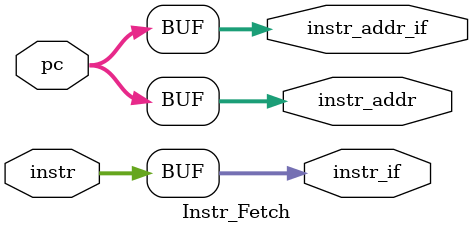
<source format=sv>
module Instr_Fetch (
    input        [31:0] pc,
    input        [31:0] instr,
    output logic [31:0] instr_addr,

    output logic [31:0] instr_if,
    output logic [31:0] instr_addr_if
);

  assign instr_addr_if = pc;
  assign instr_addr    = pc;

  assign instr_if      = instr;

endmodule

</source>
